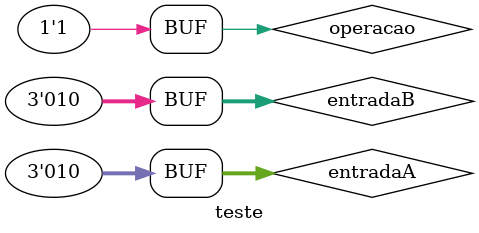
<source format=v>

module S1(output s, output co, input ci,input a, input b);
	wire xora,anda,andb;
	xor X1(xora,a,b);
	and A1(anda,a,b);
	xor X2(s,xora,ci);
	and A2(andb,xora,ci);
	or  O1(co,anda,andb);
endmodule

module SomaSub(output[2:0] s, output co, input ci, input[2:0] a, input[2:0] b);
	wire co0,co1;
	wire xora, xorb, xorc;
	xor X1(xora,ci,b[0]);
	xor X2(xorb,ci,b[1]);
	xor X3(xorc,ci,b[2]);
	S1 SA(s[0],co0,ci,a[0],xora);
	S1 SB(s[1],co1,co0,a[1],xorb);
	S1 SC(s[2],co,co1,a[2],xorc);
endmodule

module Zero(output[2:0] s, output zero, input[2:0] a, input[2:0] b, input op);	
	SomaSub SS(s,co,op,a,b);
	nor N1(zero,s[2],s[1],s[0]);
endmodule

module teste;
	wire[2:0] saida;
	wire zero;
	reg[2:0] entradaA, entradaB;
	reg operacao;
	Zero Z1(saida,zero,entradaA,entradaB,operacao);
	initial begin
		$display("0=Soma 1=Subtracao");
		#1 entradaA=3'b000; entradaB=3'b000; operacao=1'b0;
		#1 $monitor("A=%3b B=%3b C=%b S=%3b Zero=%b",entradaA,entradaB,operacao,saida,zero);
		#1 entradaA=3'b000; entradaB=3'b010; operacao=1'b0;
		#1 entradaA=3'b011; entradaB=3'b001; operacao=1'b0;
		#1 entradaA=3'b111; entradaB=3'b001; operacao=1'b0;
		#1 entradaA=3'b111; entradaB=3'b111; operacao=1'b0;
		#1 entradaA=3'b000; entradaB=3'b001; operacao=1'b1;
		#1 entradaA=3'b111; entradaB=3'b001; operacao=1'b1;
		#1 entradaA=3'b111; entradaB=3'b111; operacao=1'b1;
		#1 entradaA=3'b011; entradaB=3'b001; operacao=1'b1;
		#1 entradaA=3'b010; entradaB=3'b010; operacao=1'b1;
	end
endmodule

</source>
